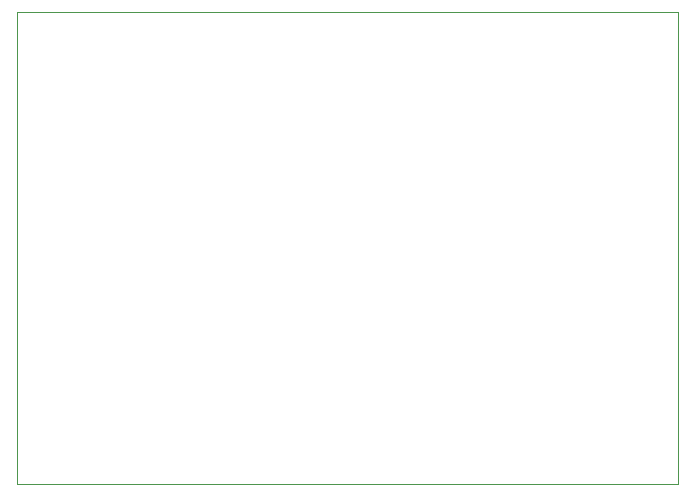
<source format=gbr>
%FSLAX34Y34*%
%MOMM*%
%LNOUTLINE*%
G71*
G01*
%ADD10C,0.002*%
%LPD*%
G54D10*
X0Y400000D02*
X560000Y400000D01*
X560000Y0D01*
X0Y0D01*
X0Y400000D01*
M02*

</source>
